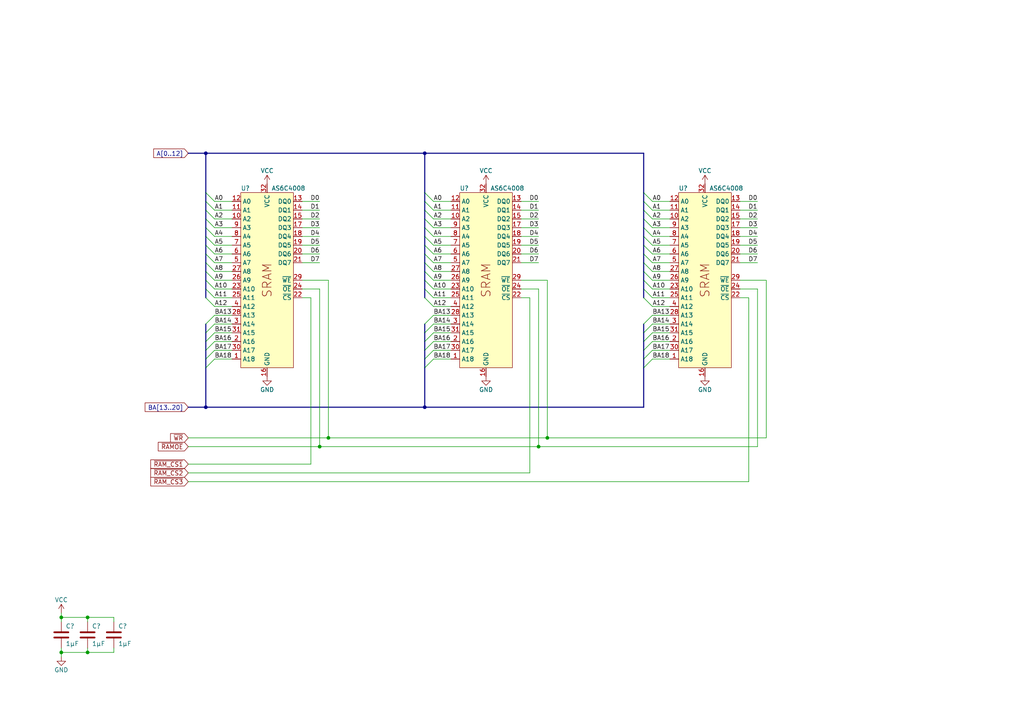
<source format=kicad_sch>
(kicad_sch (version 20230121) (generator eeschema)
  (paper "A4")
  (lib_symbols
    (symbol "0_Library:AS6C4008"
      (property "Reference" "U" (at -7.62 0.635 0))
      (property "Value" "AS6C4008" (at 1.27 0.635 0))
      (symbol "AS6C4008_0_0"
        (text "SRAM" (at 0 -25.4 900) (effects (font (size 2.54 2.54))))
        (pin power_in line (at 0 -53.34 90) (length 2.54) (name "GND") (number "16"))
        (pin power_in line (at 0 2.54 270) (length 2.54) (name "VCC") (number "32"))
      )
      (symbol "AS6C4008_0_1"
        (rectangle (start -7.62 0) (end 7.62 -50.8) (fill (type background)))
      )
      (symbol "AS6C4008_1_1"
        (pin input line (at -10.16 -48.26 0) (length 2.54) (name "A18") (number "1"))
        (pin input line (at -10.16 -7.62 0) (length 2.54) (name "A2") (number "10"))
        (pin input line (at -10.16 -5.08 0) (length 2.54) (name "A1") (number "11"))
        (pin input line (at -10.16 -2.54 0) (length 2.54) (name "A0") (number "12"))
        (pin tri_state line (at 10.16 -2.54 180) (length 2.54) (name "DQ0") (number "13"))
        (pin tri_state line (at 10.16 -5.08 180) (length 2.54) (name "DQ1") (number "14"))
        (pin tri_state line (at 10.16 -7.62 180) (length 2.54) (name "DQ2") (number "15"))
        (pin tri_state line (at 10.16 -10.16 180) (length 2.54) (name "DQ3") (number "17"))
        (pin tri_state line (at 10.16 -12.7 180) (length 2.54) (name "DQ4") (number "18"))
        (pin tri_state line (at 10.16 -15.24 180) (length 2.54) (name "DQ5") (number "19"))
        (pin input line (at -10.16 -43.18 0) (length 2.54) (name "A16") (number "2"))
        (pin tri_state line (at 10.16 -17.78 180) (length 2.54) (name "DQ6") (number "20"))
        (pin tri_state line (at 10.16 -20.32 180) (length 2.54) (name "DQ7") (number "21"))
        (pin input line (at 10.16 -30.48 180) (length 2.54) (name "~{CS}") (number "22"))
        (pin input line (at -10.16 -27.94 0) (length 2.54) (name "A10") (number "23"))
        (pin input line (at 10.16 -27.94 180) (length 2.54) (name "~{OE}") (number "24"))
        (pin input line (at -10.16 -30.48 0) (length 2.54) (name "A11") (number "25"))
        (pin input line (at -10.16 -25.4 0) (length 2.54) (name "A9") (number "26"))
        (pin input line (at -10.16 -22.86 0) (length 2.54) (name "A8") (number "27"))
        (pin input line (at -10.16 -35.56 0) (length 2.54) (name "A13") (number "28"))
        (pin input line (at 10.16 -25.4 180) (length 2.54) (name "~{WE}") (number "29"))
        (pin input line (at -10.16 -38.1 0) (length 2.54) (name "A14") (number "3"))
        (pin input line (at -10.16 -45.72 0) (length 2.54) (name "A17") (number "30"))
        (pin input line (at -10.16 -40.64 0) (length 2.54) (name "A15") (number "31"))
        (pin input line (at -10.16 -33.02 0) (length 2.54) (name "A12") (number "4"))
        (pin input line (at -10.16 -20.32 0) (length 2.54) (name "A7") (number "5"))
        (pin input line (at -10.16 -17.78 0) (length 2.54) (name "A6") (number "6"))
        (pin input line (at -10.16 -15.24 0) (length 2.54) (name "A5") (number "7"))
        (pin input line (at -10.16 -12.7 0) (length 2.54) (name "A4") (number "8"))
        (pin input line (at -10.16 -10.16 0) (length 2.54) (name "A3") (number "9"))
      )
    )
    (symbol "Device:C" (pin_numbers hide) (pin_names (offset 0.254))
      (property "Reference" "C" (at 0.635 2.54 0))
      (property "Value" "C" (at 0.635 -2.54 0))
      (symbol "C_0_1"
        (polyline (pts (xy -2.032 -0.762) (xy 2.032 -0.762)) (stroke (width 0.508)))
        (polyline (pts (xy -2.032 0.762) (xy 2.032 0.762)) (stroke (width 0.508)))
      )
      (symbol "C_1_1"
        (pin passive line (at 0 3.81 270) (length 2.794) (name "~") (number "1"))
        (pin passive line (at 0 -3.81 90) (length 2.794) (name "~") (number "2"))
      )
    )
    (symbol "power:GND" (power) (pin_names (offset 0))
      (property "Value" "GND" (at 0 -3.81 0))
      (symbol "GND_0_1"
        (polyline (pts (xy 0 0) (xy 0 -1.27) (xy 1.27 -1.27) (xy 0 -2.54) (xy -1.27 -1.27) (xy 0 -1.27)))
      )
      (symbol "GND_1_1"
        (pin power_in line (at 0 0 270) (length 0) hide (name "GND") (number "1"))
      )
    )
    (symbol "power:VCC" (power) (pin_names (offset 0))
      (property "Value" "VCC" (at 0 3.81 0))
      (symbol "VCC_0_1"
        (polyline (pts (xy -0.762 1.27) (xy 0 2.54)))
        (polyline (pts (xy 0 0) (xy 0 2.54)))
        (polyline (pts (xy 0 2.54) (xy 0.762 1.27)))
      )
      (symbol "VCC_1_1"
        (pin power_in line (at 0 0 90) (length 0) hide (name "VCC") (number "1"))
      )
    )
  )
  (junction (at 17.78 189.23))
  (junction (at 59.69 118.11))
  (junction (at 25.4 179.07))
  (junction (at 92.71 129.54))
  (junction (at 123.19 44.45))
  (junction (at 123.19 118.11))
  (junction (at 17.78 179.07))
  (junction (at 95.25 127))
  (junction (at 59.69 44.45))
  (junction (at 156.21 129.54))
  (junction (at 158.75 127))
  (junction (at 25.4 189.23))
  (bus_entry (at 59.69 81.28) (size 2.54 2.54))
  (bus_entry (at 123.19 73.66) (size 2.54 2.54))
  (bus_entry (at 125.73 96.52) (size -2.54 2.54))
  (bus_entry (at 123.19 86.36) (size 2.54 2.54))
  (bus_entry (at 189.23 91.44) (size -2.54 2.54))
  (bus_entry (at 186.69 58.42) (size 2.54 2.54))
  (bus_entry (at 123.19 78.74) (size 2.54 2.54))
  (bus_entry (at 59.69 71.12) (size 2.54 2.54))
  (bus_entry (at 189.23 104.14) (size -2.54 2.54))
  (bus_entry (at 59.69 55.88) (size 2.54 2.54))
  (bus_entry (at 186.69 83.82) (size 2.54 2.54))
  (bus_entry (at 62.23 91.44) (size -2.54 2.54))
  (bus_entry (at 189.23 101.6) (size -2.54 2.54))
  (bus_entry (at 59.69 76.2) (size 2.54 2.54))
  (bus_entry (at 125.73 99.06) (size -2.54 2.54))
  (bus_entry (at 59.69 68.58) (size 2.54 2.54))
  (bus_entry (at 186.69 66.04) (size 2.54 2.54))
  (bus_entry (at 125.73 93.98) (size -2.54 2.54))
  (bus_entry (at 59.69 83.82) (size 2.54 2.54))
  (bus_entry (at 186.69 73.66) (size 2.54 2.54))
  (bus_entry (at 186.69 81.28) (size 2.54 2.54))
  (bus_entry (at 186.69 63.5) (size 2.54 2.54))
  (bus_entry (at 123.19 60.96) (size 2.54 2.54))
  (bus_entry (at 123.19 63.5) (size 2.54 2.54))
  (bus_entry (at 123.19 68.58) (size 2.54 2.54))
  (bus_entry (at 123.19 66.04) (size 2.54 2.54))
  (bus_entry (at 123.19 58.42) (size 2.54 2.54))
  (bus_entry (at 189.23 96.52) (size -2.54 2.54))
  (bus_entry (at 186.69 76.2) (size 2.54 2.54))
  (bus_entry (at 186.69 55.88) (size 2.54 2.54))
  (bus_entry (at 123.19 55.88) (size 2.54 2.54))
  (bus_entry (at 62.23 101.6) (size -2.54 2.54))
  (bus_entry (at 186.69 60.96) (size 2.54 2.54))
  (bus_entry (at 186.69 71.12) (size 2.54 2.54))
  (bus_entry (at 62.23 93.98) (size -2.54 2.54))
  (bus_entry (at 186.69 86.36) (size 2.54 2.54))
  (bus_entry (at 189.23 93.98) (size -2.54 2.54))
  (bus_entry (at 59.69 58.42) (size 2.54 2.54))
  (bus_entry (at 125.73 101.6) (size -2.54 2.54))
  (bus_entry (at 186.69 78.74) (size 2.54 2.54))
  (bus_entry (at 62.23 104.14) (size -2.54 2.54))
  (bus_entry (at 62.23 99.06) (size -2.54 2.54))
  (bus_entry (at 123.19 76.2) (size 2.54 2.54))
  (bus_entry (at 59.69 73.66) (size 2.54 2.54))
  (bus_entry (at 59.69 63.5) (size 2.54 2.54))
  (bus_entry (at 189.23 99.06) (size -2.54 2.54))
  (bus_entry (at 59.69 78.74) (size 2.54 2.54))
  (bus_entry (at 123.19 71.12) (size 2.54 2.54))
  (bus_entry (at 59.69 60.96) (size 2.54 2.54))
  (bus_entry (at 125.73 104.14) (size -2.54 2.54))
  (bus_entry (at 123.19 83.82) (size 2.54 2.54))
  (bus_entry (at 186.69 68.58) (size 2.54 2.54))
  (bus_entry (at 62.23 96.52) (size -2.54 2.54))
  (bus_entry (at 125.73 91.44) (size -2.54 2.54))
  (bus_entry (at 59.69 86.36) (size 2.54 2.54))
  (bus_entry (at 123.19 81.28) (size 2.54 2.54))
  (bus_entry (at 59.69 66.04) (size 2.54 2.54))
  (wire (pts (xy 219.71 129.54) (xy 219.71 83.82)))
  (wire (pts (xy 130.81 68.58) (xy 125.73 68.58)))
  (wire (pts (xy 25.4 189.23) (xy 17.78 189.23)))
  (bus (pts (xy 59.69 68.58) (xy 59.69 71.12)))
  (wire (pts (xy 130.81 71.12) (xy 125.73 71.12)))
  (wire (pts (xy 67.31 88.9) (xy 62.23 88.9)))
  (bus (pts (xy 123.19 93.98) (xy 123.19 96.52)))
  (bus (pts (xy 59.69 78.74) (xy 59.69 81.28)))
  (bus (pts (xy 59.69 96.52) (xy 59.69 99.06)))
  (wire (pts (xy 222.25 127) (xy 222.25 81.28)))
  (bus (pts (xy 186.69 106.68) (xy 186.69 118.11)))
  (wire (pts (xy 92.71 71.12) (xy 87.63 71.12)))
  (bus (pts (xy 59.69 63.5) (xy 59.69 66.04)))
  (bus (pts (xy 123.19 73.66) (xy 123.19 76.2)))
  (wire (pts (xy 25.4 187.96) (xy 25.4 189.23)))
  (wire (pts (xy 156.21 129.54) (xy 219.71 129.54)))
  (wire (pts (xy 219.71 73.66) (xy 214.63 73.66)))
  (wire (pts (xy 25.4 179.07) (xy 17.78 179.07)))
  (bus (pts (xy 123.19 104.14) (xy 123.19 106.68)))
  (wire (pts (xy 219.71 66.04) (xy 214.63 66.04)))
  (bus (pts (xy 123.19 106.68) (xy 123.19 118.11)))
  (bus (pts (xy 186.69 58.42) (xy 186.69 55.88)))
  (bus (pts (xy 59.69 106.68) (xy 59.69 118.11)))
  (bus (pts (xy 123.19 83.82) (xy 123.19 86.36)))
  (bus (pts (xy 123.19 66.04) (xy 123.19 68.58)))
  (wire (pts (xy 130.81 91.44) (xy 125.73 91.44)))
  (wire (pts (xy 156.21 129.54) (xy 92.71 129.54)))
  (wire (pts (xy 87.63 86.36) (xy 90.17 86.36)))
  (wire (pts (xy 54.61 129.54) (xy 92.71 129.54)))
  (wire (pts (xy 194.31 68.58) (xy 189.23 68.58)))
  (bus (pts (xy 123.19 58.42) (xy 123.19 60.96)))
  (wire (pts (xy 67.31 58.42) (xy 62.23 58.42)))
  (wire (pts (xy 194.31 78.74) (xy 189.23 78.74)))
  (wire (pts (xy 194.31 76.2) (xy 189.23 76.2)))
  (wire (pts (xy 67.31 66.04) (xy 62.23 66.04)))
  (wire (pts (xy 67.31 68.58) (xy 62.23 68.58)))
  (wire (pts (xy 158.75 127) (xy 222.25 127)))
  (wire (pts (xy 125.73 96.52) (xy 130.81 96.52)))
  (wire (pts (xy 151.13 83.82) (xy 156.21 83.82)))
  (wire (pts (xy 156.21 83.82) (xy 156.21 129.54)))
  (wire (pts (xy 17.78 179.07) (xy 17.78 180.34)))
  (wire (pts (xy 219.71 58.42) (xy 214.63 58.42)))
  (wire (pts (xy 130.81 83.82) (xy 125.73 83.82)))
  (wire (pts (xy 92.71 73.66) (xy 87.63 73.66)))
  (wire (pts (xy 17.78 187.96) (xy 17.78 189.23)))
  (wire (pts (xy 194.31 73.66) (xy 189.23 73.66)))
  (bus (pts (xy 54.61 44.45) (xy 59.69 44.45)))
  (wire (pts (xy 156.21 73.66) (xy 151.13 73.66)))
  (bus (pts (xy 59.69 76.2) (xy 59.69 78.74)))
  (wire (pts (xy 151.13 81.28) (xy 158.75 81.28)))
  (bus (pts (xy 186.69 81.28) (xy 186.69 78.74)))
  (wire (pts (xy 95.25 127) (xy 158.75 127)))
  (wire (pts (xy 153.67 137.16) (xy 153.67 86.36)))
  (wire (pts (xy 194.31 88.9) (xy 189.23 88.9)))
  (bus (pts (xy 59.69 60.96) (xy 59.69 63.5)))
  (bus (pts (xy 59.69 73.66) (xy 59.69 76.2)))
  (wire (pts (xy 130.81 88.9) (xy 125.73 88.9)))
  (wire (pts (xy 67.31 71.12) (xy 62.23 71.12)))
  (wire (pts (xy 87.63 81.28) (xy 95.25 81.28)))
  (wire (pts (xy 92.71 129.54) (xy 92.71 83.82)))
  (bus (pts (xy 123.19 44.45) (xy 186.69 44.45)))
  (wire (pts (xy 125.73 101.6) (xy 130.81 101.6)))
  (wire (pts (xy 194.31 63.5) (xy 189.23 63.5)))
  (wire (pts (xy 130.81 93.98) (xy 125.73 93.98)))
  (wire (pts (xy 219.71 60.96) (xy 214.63 60.96)))
  (bus (pts (xy 59.69 104.14) (xy 59.69 106.68)))
  (wire (pts (xy 54.61 139.7) (xy 217.17 139.7)))
  (wire (pts (xy 62.23 99.06) (xy 67.31 99.06)))
  (bus (pts (xy 123.19 99.06) (xy 123.19 101.6)))
  (bus (pts (xy 123.19 118.11) (xy 186.69 118.11)))
  (bus (pts (xy 123.19 78.74) (xy 123.19 81.28)))
  (wire (pts (xy 194.31 60.96) (xy 189.23 60.96)))
  (wire (pts (xy 219.71 71.12) (xy 214.63 71.12)))
  (wire (pts (xy 67.31 81.28) (xy 62.23 81.28)))
  (wire (pts (xy 17.78 189.23) (xy 17.78 190.5)))
  (bus (pts (xy 59.69 118.11) (xy 123.19 118.11)))
  (wire (pts (xy 92.71 58.42) (xy 87.63 58.42)))
  (wire (pts (xy 156.21 76.2) (xy 151.13 76.2)))
  (wire (pts (xy 214.63 81.28) (xy 222.25 81.28)))
  (wire (pts (xy 194.31 58.42) (xy 189.23 58.42)))
  (wire (pts (xy 189.23 96.52) (xy 194.31 96.52)))
  (bus (pts (xy 123.19 96.52) (xy 123.19 99.06)))
  (wire (pts (xy 130.81 86.36) (xy 125.73 86.36)))
  (wire (pts (xy 67.31 78.74) (xy 62.23 78.74)))
  (wire (pts (xy 67.31 93.98) (xy 62.23 93.98)))
  (wire (pts (xy 189.23 99.06) (xy 194.31 99.06)))
  (wire (pts (xy 194.31 93.98) (xy 189.23 93.98)))
  (wire (pts (xy 194.31 83.82) (xy 189.23 83.82)))
  (bus (pts (xy 186.69 76.2) (xy 186.69 73.66)))
  (bus (pts (xy 59.69 93.98) (xy 59.69 96.52)))
  (bus (pts (xy 123.19 101.6) (xy 123.19 104.14)))
  (bus (pts (xy 186.69 104.14) (xy 186.69 106.68)))
  (bus (pts (xy 123.19 76.2) (xy 123.19 78.74)))
  (bus (pts (xy 123.19 60.96) (xy 123.19 63.5)))
  (bus (pts (xy 123.19 71.12) (xy 123.19 73.66)))
  (wire (pts (xy 156.21 68.58) (xy 151.13 68.58)))
  (bus (pts (xy 123.19 68.58) (xy 123.19 71.12)))
  (bus (pts (xy 186.69 73.66) (xy 186.69 71.12)))
  (wire (pts (xy 67.31 76.2) (xy 62.23 76.2)))
  (wire (pts (xy 92.71 60.96) (xy 87.63 60.96)))
  (wire (pts (xy 62.23 101.6) (xy 67.31 101.6)))
  (bus (pts (xy 123.19 81.28) (xy 123.19 83.82)))
  (wire (pts (xy 67.31 60.96) (xy 62.23 60.96)))
  (bus (pts (xy 59.69 101.6) (xy 59.69 104.14)))
  (wire (pts (xy 189.23 104.14) (xy 194.31 104.14)))
  (wire (pts (xy 217.17 139.7) (xy 217.17 86.36)))
  (wire (pts (xy 92.71 68.58) (xy 87.63 68.58)))
  (wire (pts (xy 130.81 58.42) (xy 125.73 58.42)))
  (wire (pts (xy 125.73 104.14) (xy 130.81 104.14)))
  (bus (pts (xy 123.19 55.88) (xy 123.19 58.42)))
  (wire (pts (xy 90.17 134.62) (xy 90.17 86.36)))
  (bus (pts (xy 186.69 93.98) (xy 186.69 96.52)))
  (bus (pts (xy 186.69 99.06) (xy 186.69 101.6)))
  (bus (pts (xy 54.61 118.11) (xy 59.69 118.11)))
  (wire (pts (xy 67.31 63.5) (xy 62.23 63.5)))
  (wire (pts (xy 130.81 81.28) (xy 125.73 81.28)))
  (bus (pts (xy 186.69 68.58) (xy 186.69 66.04)))
  (wire (pts (xy 92.71 63.5) (xy 87.63 63.5)))
  (wire (pts (xy 92.71 76.2) (xy 87.63 76.2)))
  (bus (pts (xy 59.69 81.28) (xy 59.69 83.82)))
  (wire (pts (xy 130.81 63.5) (xy 125.73 63.5)))
  (wire (pts (xy 214.63 86.36) (xy 217.17 86.36)))
  (bus (pts (xy 186.69 60.96) (xy 186.69 58.42)))
  (wire (pts (xy 87.63 83.82) (xy 92.71 83.82)))
  (bus (pts (xy 186.69 96.52) (xy 186.69 99.06)))
  (bus (pts (xy 59.69 58.42) (xy 59.69 60.96)))
  (bus (pts (xy 59.69 44.45) (xy 59.69 55.88)))
  (bus (pts (xy 186.69 78.74) (xy 186.69 76.2)))
  (wire (pts (xy 219.71 63.5) (xy 214.63 63.5)))
  (wire (pts (xy 67.31 86.36) (xy 62.23 86.36)))
  (wire (pts (xy 67.31 73.66) (xy 62.23 73.66)))
  (bus (pts (xy 59.69 44.45) (xy 123.19 44.45)))
  (bus (pts (xy 59.69 55.88) (xy 59.69 58.42)))
  (wire (pts (xy 219.71 68.58) (xy 214.63 68.58)))
  (wire (pts (xy 194.31 86.36) (xy 189.23 86.36)))
  (wire (pts (xy 17.78 177.8) (xy 17.78 179.07)))
  (wire (pts (xy 33.02 179.07) (xy 25.4 179.07)))
  (wire (pts (xy 130.81 66.04) (xy 125.73 66.04)))
  (wire (pts (xy 156.21 60.96) (xy 151.13 60.96)))
  (wire (pts (xy 54.61 137.16) (xy 153.67 137.16)))
  (wire (pts (xy 67.31 83.82) (xy 62.23 83.82)))
  (wire (pts (xy 67.31 91.44) (xy 62.23 91.44)))
  (wire (pts (xy 130.81 60.96) (xy 125.73 60.96)))
  (bus (pts (xy 59.69 66.04) (xy 59.69 68.58)))
  (bus (pts (xy 186.69 63.5) (xy 186.69 60.96)))
  (wire (pts (xy 194.31 91.44) (xy 189.23 91.44)))
  (wire (pts (xy 25.4 179.07) (xy 25.4 180.34)))
  (wire (pts (xy 33.02 189.23) (xy 25.4 189.23)))
  (bus (pts (xy 186.69 101.6) (xy 186.69 104.14)))
  (wire (pts (xy 189.23 101.6) (xy 194.31 101.6)))
  (bus (pts (xy 186.69 71.12) (xy 186.69 68.58)))
  (bus (pts (xy 186.69 83.82) (xy 186.69 81.28)))
  (bus (pts (xy 123.19 63.5) (xy 123.19 66.04)))
  (wire (pts (xy 151.13 86.36) (xy 153.67 86.36)))
  (wire (pts (xy 130.81 73.66) (xy 125.73 73.66)))
  (bus (pts (xy 59.69 99.06) (xy 59.69 101.6)))
  (wire (pts (xy 194.31 81.28) (xy 189.23 81.28)))
  (wire (pts (xy 95.25 127) (xy 95.25 81.28)))
  (wire (pts (xy 33.02 179.07) (xy 33.02 180.34)))
  (bus (pts (xy 186.69 86.36) (xy 186.69 83.82)))
  (wire (pts (xy 54.61 127) (xy 95.25 127)))
  (bus (pts (xy 59.69 83.82) (xy 59.69 86.36)))
  (wire (pts (xy 156.21 71.12) (xy 151.13 71.12)))
  (wire (pts (xy 194.31 66.04) (xy 189.23 66.04)))
  (wire (pts (xy 62.23 96.52) (xy 67.31 96.52)))
  (wire (pts (xy 62.23 104.14) (xy 67.31 104.14)))
  (bus (pts (xy 59.69 71.12) (xy 59.69 73.66)))
  (bus (pts (xy 123.19 44.45) (xy 123.19 55.88)))
  (wire (pts (xy 194.31 71.12) (xy 189.23 71.12)))
  (bus (pts (xy 186.69 55.88) (xy 186.69 44.45)))
  (wire (pts (xy 125.73 99.06) (xy 130.81 99.06)))
  (wire (pts (xy 156.21 66.04) (xy 151.13 66.04)))
  (wire (pts (xy 158.75 127) (xy 158.75 81.28)))
  (wire (pts (xy 130.81 78.74) (xy 125.73 78.74)))
  (wire (pts (xy 92.71 66.04) (xy 87.63 66.04)))
  (wire (pts (xy 156.21 63.5) (xy 151.13 63.5)))
  (wire (pts (xy 130.81 76.2) (xy 125.73 76.2)))
  (wire (pts (xy 219.71 76.2) (xy 214.63 76.2)))
  (wire (pts (xy 214.63 83.82) (xy 219.71 83.82)))
  (bus (pts (xy 186.69 66.04) (xy 186.69 63.5)))
  (wire (pts (xy 33.02 187.96) (xy 33.02 189.23)))
  (wire (pts (xy 156.21 58.42) (xy 151.13 58.42)))
  (wire (pts (xy 54.61 134.62) (xy 90.17 134.62)))
  (label "A6" (at 125.73 73.66 0))
  (label "D5" (at 92.71 71.12 180))
  (label "A11" (at 62.23 86.36 0))
  (label "A1" (at 62.23 60.96 0))
  (label "BA14" (at 189.23 93.98 0))
  (label "BA14" (at 125.73 93.98 0))
  (label "D4" (at 219.71 68.58 180))
  (label "D0" (at 156.21 58.42 180))
  (label "D5" (at 156.21 71.12 180))
  (label "D1" (at 92.71 60.96 180))
  (label "A8" (at 125.73 78.74 0))
  (label "D6" (at 156.21 73.66 180))
  (label "A10" (at 189.23 83.82 0))
  (label "D3" (at 219.71 66.04 180))
  (label "BA17" (at 62.23 101.6 0))
  (label "A5" (at 125.73 71.12 0))
  (label "A12" (at 189.23 88.9 0))
  (label "D1" (at 219.71 60.96 180))
  (label "BA18" (at 189.23 104.14 0))
  (label "A8" (at 62.23 78.74 0))
  (label "D4" (at 156.21 68.58 180))
  (label "D2" (at 92.71 63.5 180))
  (label "A0" (at 62.23 58.42 0))
  (label "BA18" (at 62.23 104.14 0))
  (label "BA17" (at 189.23 101.6 0))
  (label "BA15" (at 125.73 96.52 0))
  (label "A3" (at 62.23 66.04 0))
  (label "A0" (at 125.73 58.42 0))
  (label "A5" (at 189.23 71.12 0))
  (label "D6" (at 219.71 73.66 180))
  (label "D1" (at 156.21 60.96 180))
  (label "D2" (at 219.71 63.5 180))
  (label "BA13" (at 62.23 91.44 0))
  (label "A1" (at 189.23 60.96 0))
  (label "A2" (at 62.23 63.5 0))
  (label "A7" (at 62.23 76.2 0))
  (label "A2" (at 189.23 63.5 0))
  (label "D0" (at 219.71 58.42 180))
  (label "A1" (at 125.73 60.96 0))
  (label "A9" (at 125.73 81.28 0))
  (label "A12" (at 62.23 88.9 0))
  (label "BA14" (at 62.23 93.98 0))
  (label "D7" (at 156.21 76.2 180))
  (label "A11" (at 189.23 86.36 0))
  (label "BA15" (at 62.23 96.52 0))
  (label "A6" (at 189.23 73.66 0))
  (label "BA17" (at 125.73 101.6 0))
  (label "D6" (at 92.71 73.66 180))
  (label "D2" (at 156.21 63.5 180))
  (label "BA13" (at 125.73 91.44 0))
  (label "A4" (at 62.23 68.58 0))
  (label "BA16" (at 125.73 99.06 0))
  (label "D3" (at 92.71 66.04 180))
  (label "A6" (at 62.23 73.66 0))
  (label "D5" (at 219.71 71.12 180))
  (label "A10" (at 62.23 83.82 0))
  (label "A11" (at 125.73 86.36 0))
  (label "BA16" (at 189.23 99.06 0))
  (label "D7" (at 92.71 76.2 180))
  (label "A2" (at 125.73 63.5 0))
  (label "A4" (at 189.23 68.58 0))
  (label "A9" (at 62.23 81.28 0))
  (label "A0" (at 189.23 58.42 0))
  (label "A4" (at 125.73 68.58 0))
  (label "A10" (at 125.73 83.82 0))
  (label "A5" (at 62.23 71.12 0))
  (label "D3" (at 156.21 66.04 180))
  (label "A9" (at 189.23 81.28 0))
  (label "D7" (at 219.71 76.2 180))
  (label "A8" (at 189.23 78.74 0))
  (label "BA18" (at 125.73 104.14 0))
  (label "A7" (at 125.73 76.2 0))
  (label "A3" (at 189.23 66.04 0))
  (label "D0" (at 92.71 58.42 180))
  (label "D4" (at 92.71 68.58 180))
  (label "A7" (at 189.23 76.2 0))
  (label "A12" (at 125.73 88.9 0))
  (label "BA16" (at 62.23 99.06 0))
  (label "A3" (at 125.73 66.04 0))
  (label "BA13" (at 189.23 91.44 0))
  (label "BA15" (at 189.23 96.52 0))
  (global_label "~{RAM_CS1}" (shape input) (at 54.61 134.62 180) (property "Intersheetrefs" "${INTERSHEET_REFS}" (effects hide)))
  (global_label "BA[13..20]" (shape input) (at 54.61 118.11 180) (property "Intersheetrefs" "${INTERSHEET_REFS}" (effects hide)))
  (global_label "~{RAM_CS3}" (shape input) (at 54.61 139.7 180) (property "Intersheetrefs" "${INTERSHEET_REFS}" (effects hide)))
  (global_label "~{WR}" (shape input) (at 54.61 127 180) (property "Intersheetrefs" "${INTERSHEET_REFS}" (effects hide)))
  (global_label "~{RAM_CS2}" (shape input) (at 54.61 137.16 180) (property "Intersheetrefs" "${INTERSHEET_REFS}" (effects hide)))
  (global_label "A[0..12]" (shape input) (at 54.61 44.45 180) (property "Intersheetrefs" "${INTERSHEET_REFS}" (effects hide)))
  (global_label "~{RAMOE}" (shape input) (at 54.61 129.54 180) (property "Intersheetrefs" "${INTERSHEET_REFS}" (effects hide)))
  (symbol (lib_id "power:VCC") (at 77.47 53.34 0) (unit 1)
    (property "Reference" "#PWR?" (effects hide))
    (property "Value" "VCC" (at 77.47 49.53 0))
    (instances (project "Ep6 - Memory Management Unit (MMU)" (path "" (reference "#PWR?") (unit 1)) (path "" (reference "#PWR?") (unit 1)) (path "" (reference "#PWR0104") (unit 1))))
  )
  (symbol (lib_id "Device:C") (at 33.02 184.15 0) (unit 1)
    (property "Reference" "C?" (at 34.29 181.61 0) (effects (justify left)))
    (property "Value" "1µF" (at 34.29 186.69 0) (effects (justify left)))
    (property "Footprint" "Capacitor_THT:C_Disc_D3.0mm_W1.6mm_P2.50mm" (effects hide))
    (instances (project "MMU test" (path "" (reference "C?") (unit 1))) (project "Ep6 - Memory Management Unit (MMU)" (path "" (reference "C?") (unit 1)) (path "" (reference "C39") (unit 1))))
  )
  (symbol (lib_id "0_Library:AS6C4008") (at 77.47 55.88 0) (unit 1)
    (property "Reference" "U?" (at 69.85 54.61 0) (effects (justify left)))
    (property "Value" "AS6C4008" (at 78.74 54.61 0) (effects (justify left)))
    (property "Footprint" "Package_DIP:DIP-32_W15.24mm" (effects hide))
    (property "Datasheet" "https://www.alliancememory.com/wp-content/uploads/pdf/AS6C4008.pdf" (effects hide))
    (instances (project "Ep6 - Memory Management Unit (MMU)" (path "" (reference "U?") (unit 1)) (path "" (reference "U27") (unit 1))))
  )
  (symbol (lib_id "power:GND") (at 204.47 109.22 0) (unit 1)
    (property "Reference" "#PWR?" (effects hide))
    (property "Value" "GND" (at 204.47 113.03 0))
    (instances (project "Ep6 - Memory Management Unit (MMU)" (path "" (reference "#PWR?") (unit 1)) (path "" (reference "#PWR?") (unit 1)) (path "" (reference "#PWR0109") (unit 1))))
  )
  (symbol (lib_id "power:GND") (at 17.78 190.5 0) (unit 1)
    (property "Reference" "#PWR?" (effects hide))
    (property "Value" "GND" (at 17.78 194.31 0))
    (instances (project "MMU test" (path "" (reference "#PWR?") (unit 1))) (project "Ep6 - Memory Management Unit (MMU)" (path "" (reference "#PWR?") (unit 1)) (path "" (reference "#PWR0103") (unit 1))))
  )
  (symbol (lib_id "0_Library:AS6C4008") (at 140.97 55.88 0) (unit 1)
    (property "Reference" "U?" (at 133.35 54.61 0) (effects (justify left)))
    (property "Value" "AS6C4008" (at 142.24 54.61 0) (effects (justify left)))
    (property "Footprint" "Package_DIP:DIP-32_W15.24mm" (effects hide))
    (property "Datasheet" "https://www.alliancememory.com/wp-content/uploads/pdf/AS6C4008.pdf" (effects hide))
    (instances (project "Ep6 - Memory Management Unit (MMU)" (path "" (reference "U?") (unit 1)) (path "" (reference "U28") (unit 1))))
  )
  (symbol (lib_id "power:GND") (at 77.47 109.22 0) (unit 1)
    (property "Reference" "#PWR?" (effects hide))
    (property "Value" "GND" (at 77.47 113.03 0))
    (instances (project "Ep6 - Memory Management Unit (MMU)" (path "" (reference "#PWR?") (unit 1)) (path "" (reference "#PWR?") (unit 1)) (path "" (reference "#PWR0105") (unit 1))))
  )
  (symbol (lib_id "power:VCC") (at 204.47 53.34 0) (unit 1)
    (property "Reference" "#PWR?" (effects hide))
    (property "Value" "VCC" (at 204.47 49.53 0))
    (instances (project "Ep6 - Memory Management Unit (MMU)" (path "" (reference "#PWR?") (unit 1)) (path "" (reference "#PWR?") (unit 1)) (path "" (reference "#PWR0108") (unit 1))))
  )
  (symbol (lib_id "Device:C") (at 25.4 184.15 0) (unit 1)
    (property "Reference" "C?" (at 26.67 181.61 0) (effects (justify left)))
    (property "Value" "1µF" (at 26.67 186.69 0) (effects (justify left)))
    (property "Footprint" "Capacitor_THT:C_Disc_D3.0mm_W1.6mm_P2.50mm" (effects hide))
    (instances (project "MMU test" (path "" (reference "C?") (unit 1))) (project "Ep6 - Memory Management Unit (MMU)" (path "" (reference "C?") (unit 1)) (path "" (reference "C38") (unit 1))))
  )
  (symbol (lib_id "power:VCC") (at 140.97 53.34 0) (unit 1)
    (property "Reference" "#PWR?" (effects hide))
    (property "Value" "VCC" (at 140.97 49.53 0))
    (instances (project "Ep6 - Memory Management Unit (MMU)" (path "" (reference "#PWR?") (unit 1)) (path "" (reference "#PWR?") (unit 1)) (path "" (reference "#PWR0106") (unit 1))))
  )
  (symbol (lib_id "0_Library:AS6C4008") (at 204.47 55.88 0) (unit 1)
    (property "Reference" "U?" (at 196.85 54.61 0) (effects (justify left)))
    (property "Value" "AS6C4008" (at 205.74 54.61 0) (effects (justify left)))
    (property "Footprint" "Package_DIP:DIP-32_W15.24mm" (effects hide))
    (property "Datasheet" "https://www.alliancememory.com/wp-content/uploads/pdf/AS6C4008.pdf" (effects hide))
    (instances (project "Ep6 - Memory Management Unit (MMU)" (path "" (reference "U?") (unit 1)) (path "" (reference "U29") (unit 1))))
  )
  (symbol (lib_id "power:VCC") (at 17.78 177.8 0) (unit 1)
    (property "Reference" "#PWR?" (effects hide))
    (property "Value" "VCC" (at 17.78 173.99 0))
    (instances (project "Ep6 - Memory Management Unit (MMU)" (path "" (reference "#PWR?") (unit 1)) (path "" (reference "#PWR?") (unit 1)) (path "" (reference "#PWR0102") (unit 1))))
  )
  (symbol (lib_id "Device:C") (at 17.78 184.15 0) (unit 1)
    (property "Reference" "C?" (at 19.05 181.61 0) (effects (justify left)))
    (property "Value" "1µF" (at 19.05 186.69 0) (effects (justify left)))
    (property "Footprint" "Capacitor_THT:C_Disc_D3.0mm_W1.6mm_P2.50mm" (effects hide))
    (instances (project "MMU test" (path "" (reference "C?") (unit 1))) (project "Ep6 - Memory Management Unit (MMU)" (path "" (reference "C?") (unit 1)) (path "" (reference "C37") (unit 1))))
  )
  (symbol (lib_id "power:GND") (at 140.97 109.22 0) (unit 1)
    (property "Reference" "#PWR?" (effects hide))
    (property "Value" "GND" (at 140.97 113.03 0))
    (instances (project "Ep6 - Memory Management Unit (MMU)" (path "" (reference "#PWR?") (unit 1)) (path "" (reference "#PWR?") (unit 1)) (path "" (reference "#PWR0107") (unit 1))))
  )
)
</source>
